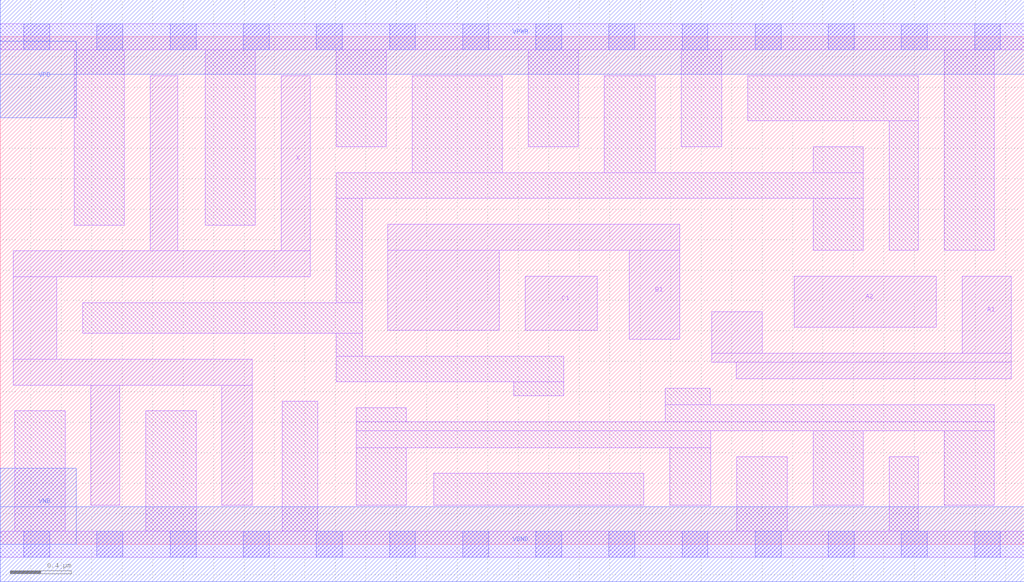
<source format=lef>
# Copyright 2020 The SkyWater PDK Authors
#
# Licensed under the Apache License, Version 2.0 (the "License");
# you may not use this file except in compliance with the License.
# You may obtain a copy of the License at
#
#     https://www.apache.org/licenses/LICENSE-2.0
#
# Unless required by applicable law or agreed to in writing, software
# distributed under the License is distributed on an "AS IS" BASIS,
# WITHOUT WARRANTIES OR CONDITIONS OF ANY KIND, either express or implied.
# See the License for the specific language governing permissions and
# limitations under the License.
#
# SPDX-License-Identifier: Apache-2.0

VERSION 5.5 ;
NAMESCASESENSITIVE ON ;
BUSBITCHARS "[]" ;
DIVIDERCHAR "/" ;
MACRO sky130_fd_sc_lp__o211a_4
  CLASS CORE ;
  SOURCE USER ;
  ORIGIN  0.000000  0.000000 ;
  SIZE  6.720000 BY  3.330000 ;
  SYMMETRY X Y R90 ;
  SITE unit ;
  PIN A1
    ANTENNAGATEAREA  0.630000 ;
    DIRECTION INPUT ;
    USE SIGNAL ;
    PORT
      LAYER li1 ;
        RECT 4.670000 1.195000 6.635000 1.255000 ;
        RECT 4.670000 1.255000 5.000000 1.525000 ;
        RECT 4.830000 1.085000 6.635000 1.195000 ;
        RECT 6.315000 1.255000 6.635000 1.760000 ;
    END
  END A1
  PIN A2
    ANTENNAGATEAREA  0.630000 ;
    DIRECTION INPUT ;
    USE SIGNAL ;
    PORT
      LAYER li1 ;
        RECT 5.210000 1.425000 6.145000 1.760000 ;
    END
  END A2
  PIN B1
    ANTENNAGATEAREA  0.630000 ;
    DIRECTION INPUT ;
    USE SIGNAL ;
    PORT
      LAYER li1 ;
        RECT 2.545000 1.405000 3.275000 1.930000 ;
        RECT 2.545000 1.930000 4.460000 2.100000 ;
        RECT 4.130000 1.345000 4.460000 1.930000 ;
    END
  END B1
  PIN C1
    ANTENNAGATEAREA  0.630000 ;
    DIRECTION INPUT ;
    USE SIGNAL ;
    PORT
      LAYER li1 ;
        RECT 3.445000 1.405000 3.920000 1.760000 ;
    END
  END C1
  PIN X
    ANTENNADIFFAREA  1.176000 ;
    DIRECTION OUTPUT ;
    USE SIGNAL ;
    PORT
      LAYER li1 ;
        RECT 0.085000 1.045000 1.655000 1.215000 ;
        RECT 0.085000 1.215000 0.370000 1.755000 ;
        RECT 0.085000 1.755000 2.035000 1.925000 ;
        RECT 0.595000 0.255000 0.785000 1.045000 ;
        RECT 0.985000 1.925000 1.165000 3.075000 ;
        RECT 1.455000 0.255000 1.655000 1.045000 ;
        RECT 1.845000 1.925000 2.035000 3.075000 ;
    END
  END X
  PIN VGND
    DIRECTION INOUT ;
    USE GROUND ;
    PORT
      LAYER met1 ;
        RECT 0.000000 -0.245000 6.720000 0.245000 ;
    END
  END VGND
  PIN VNB
    DIRECTION INOUT ;
    USE GROUND ;
    PORT
      LAYER met1 ;
        RECT 0.000000 0.000000 0.500000 0.500000 ;
    END
  END VNB
  PIN VPB
    DIRECTION INOUT ;
    USE POWER ;
    PORT
      LAYER met1 ;
        RECT 0.000000 2.800000 0.500000 3.300000 ;
    END
  END VPB
  PIN VPWR
    DIRECTION INOUT ;
    USE POWER ;
    PORT
      LAYER met1 ;
        RECT 0.000000 3.085000 6.720000 3.575000 ;
    END
  END VPWR
  OBS
    LAYER li1 ;
      RECT 0.000000 -0.085000 6.720000 0.085000 ;
      RECT 0.000000  3.245000 6.720000 3.415000 ;
      RECT 0.095000  0.085000 0.425000 0.875000 ;
      RECT 0.485000  2.095000 0.815000 3.245000 ;
      RECT 0.540000  1.385000 2.375000 1.585000 ;
      RECT 0.955000  0.085000 1.285000 0.875000 ;
      RECT 1.345000  2.095000 1.675000 3.245000 ;
      RECT 1.850000  0.085000 2.085000 0.940000 ;
      RECT 2.205000  1.065000 3.700000 1.235000 ;
      RECT 2.205000  1.235000 2.375000 1.385000 ;
      RECT 2.205000  1.585000 2.375000 2.270000 ;
      RECT 2.205000  2.270000 5.665000 2.440000 ;
      RECT 2.205000  2.610000 2.535000 3.245000 ;
      RECT 2.335000  0.255000 2.665000 0.635000 ;
      RECT 2.335000  0.635000 4.665000 0.745000 ;
      RECT 2.335000  0.745000 6.525000 0.805000 ;
      RECT 2.335000  0.805000 2.665000 0.895000 ;
      RECT 2.705000  2.440000 3.295000 3.075000 ;
      RECT 2.845000  0.255000 4.225000 0.465000 ;
      RECT 3.370000  0.975000 3.700000 1.065000 ;
      RECT 3.465000  2.610000 3.795000 3.245000 ;
      RECT 3.965000  2.440000 4.300000 3.075000 ;
      RECT 4.365000  0.805000 6.525000 0.915000 ;
      RECT 4.365000  0.915000 4.660000 1.025000 ;
      RECT 4.395000  0.255000 4.665000 0.635000 ;
      RECT 4.470000  2.610000 4.735000 3.245000 ;
      RECT 4.835000  0.085000 5.165000 0.575000 ;
      RECT 4.905000  2.780000 6.025000 3.075000 ;
      RECT 5.335000  0.255000 5.665000 0.745000 ;
      RECT 5.335000  1.930000 5.665000 2.270000 ;
      RECT 5.335000  2.440000 5.665000 2.610000 ;
      RECT 5.835000  0.085000 6.025000 0.575000 ;
      RECT 5.835000  1.930000 6.025000 2.780000 ;
      RECT 6.195000  0.255000 6.525000 0.745000 ;
      RECT 6.195000  1.930000 6.525000 3.245000 ;
    LAYER mcon ;
      RECT 0.155000 -0.085000 0.325000 0.085000 ;
      RECT 0.155000  3.245000 0.325000 3.415000 ;
      RECT 0.635000 -0.085000 0.805000 0.085000 ;
      RECT 0.635000  3.245000 0.805000 3.415000 ;
      RECT 1.115000 -0.085000 1.285000 0.085000 ;
      RECT 1.115000  3.245000 1.285000 3.415000 ;
      RECT 1.595000 -0.085000 1.765000 0.085000 ;
      RECT 1.595000  3.245000 1.765000 3.415000 ;
      RECT 2.075000 -0.085000 2.245000 0.085000 ;
      RECT 2.075000  3.245000 2.245000 3.415000 ;
      RECT 2.555000 -0.085000 2.725000 0.085000 ;
      RECT 2.555000  3.245000 2.725000 3.415000 ;
      RECT 3.035000 -0.085000 3.205000 0.085000 ;
      RECT 3.035000  3.245000 3.205000 3.415000 ;
      RECT 3.515000 -0.085000 3.685000 0.085000 ;
      RECT 3.515000  3.245000 3.685000 3.415000 ;
      RECT 3.995000 -0.085000 4.165000 0.085000 ;
      RECT 3.995000  3.245000 4.165000 3.415000 ;
      RECT 4.475000 -0.085000 4.645000 0.085000 ;
      RECT 4.475000  3.245000 4.645000 3.415000 ;
      RECT 4.955000 -0.085000 5.125000 0.085000 ;
      RECT 4.955000  3.245000 5.125000 3.415000 ;
      RECT 5.435000 -0.085000 5.605000 0.085000 ;
      RECT 5.435000  3.245000 5.605000 3.415000 ;
      RECT 5.915000 -0.085000 6.085000 0.085000 ;
      RECT 5.915000  3.245000 6.085000 3.415000 ;
      RECT 6.395000 -0.085000 6.565000 0.085000 ;
      RECT 6.395000  3.245000 6.565000 3.415000 ;
  END
END sky130_fd_sc_lp__o211a_4
END LIBRARY

</source>
